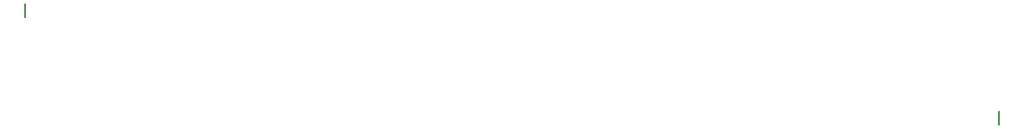
<source format=gbr>
G04 EAGLE Gerber RS-274X export*
G75*
%MOMM*%
%FSLAX34Y34*%
%LPD*%
%INSilkscreen Bottom*%
%IPPOS*%
%AMOC8*
5,1,8,0,0,1.08239X$1,22.5*%
G01*
%ADD10C,0.203200*%


D10*
X48070Y209550D02*
X48070Y196850D01*
X967930Y107950D02*
X967930Y95250D01*
M02*

</source>
